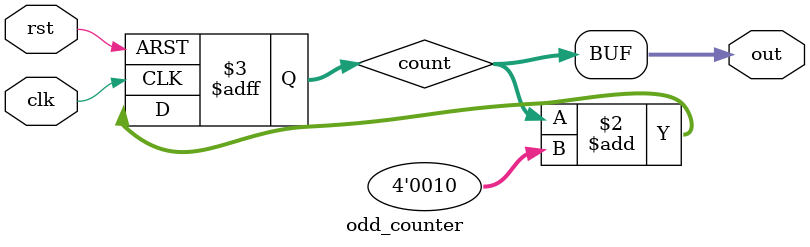
<source format=sv>
module odd_counter(rst,clk,out);
  input rst,clk;
  output [3:0]out;
  
  reg [3:0]count;
  
  always@(posedge clk or posedge rst)begin
    if(rst)
      count=4'b0001;
    else
      count=count + 4'b0010;
  end
  
  assign out=count;
endmodule

</source>
